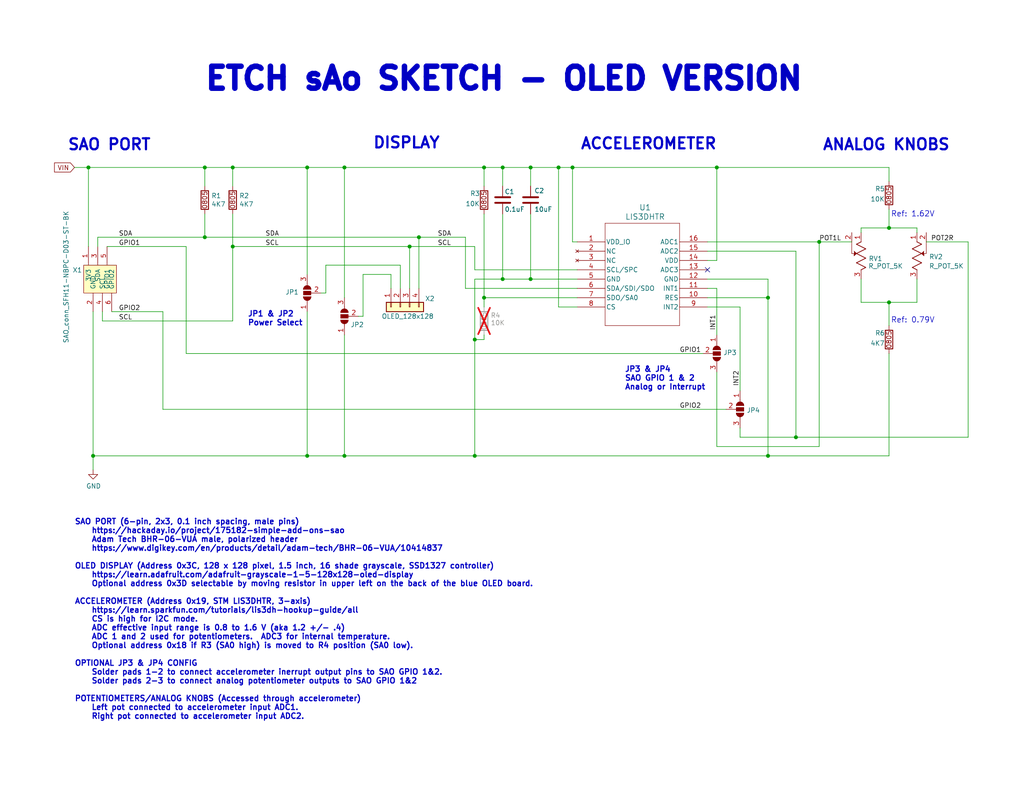
<source format=kicad_sch>
(kicad_sch (version 20231120) (generator "eeschema") (generator_version "8.0")
  (paper "A")
  (title_block (title "Etch sAo Sketch - OLED Version") (date "2024-11-18") (rev "1.1") (company "Concept and design by Andy Geppert @ www.MachineIdeas.com") (comment 2 "https://hackaday.io/project/197581-etch-sao-sketch") (comment 4 "All non-polarized capacitors are X7R or X5R ceramic unless otherwise noted."))
  (lib_symbols
    (symbol "ANDY_SYMBOL_LIBRARY:GND" (power) (pin_names (offset 0))
      (property "Value" "GND" (at 3.937 -1.905 0))
      (symbol "GND_0_1"
        (polyline (pts (xy 0 0) (xy 0 -1.27) (xy 1.27 -1.27) (xy 0 -2.54) (xy -1.27 -1.27) (xy 0 -1.27)))
      )
      (symbol "GND_1_1"
        (pin power_in line (at 0 0 270) (length 0) hide (name "GND") (number "1"))
      )
    )
    (symbol "ANDY_SYMBOL_LIBRARY:LIS3DHTR" (pin_names (offset 0.254))
      (property "Reference" "U" (at 18.288 9.652 0))
      (property "Value" "LIS3DHTR" (at 18.288 7.112 0))
      (symbol "LIS3DHTR_0_1"
        (polyline (pts (xy 7.62 -22.86) (xy 27.94 -22.86)) (stroke (width 0.127)))
        (polyline (pts (xy 7.62 5.08) (xy 7.62 -22.86)) (stroke (width 0.127)))
        (polyline (pts (xy 27.94 -22.86) (xy 27.94 5.08)) (stroke (width 0.127)))
        (polyline (pts (xy 27.94 5.08) (xy 7.62 5.08)) (stroke (width 0.127)))
        (pin power_in line (at 0 0 0) (length 7.62) (name "VDD_IO") (number "1"))
        (pin unspecified line (at 35.56 -15.24 180) (length 7.62) (name "RES") (number "10"))
        (pin unspecified line (at 35.56 -12.7 180) (length 7.62) (name "INT1") (number "11"))
        (pin power_in line (at 35.56 -10.16 180) (length 7.62) (name "GND") (number "12"))
        (pin input line (at 35.56 -7.62 180) (length 7.62) (name "ADC3") (number "13"))
        (pin power_in line (at 35.56 -5.08 180) (length 7.62) (name "VDD") (number "14"))
        (pin input line (at 35.56 -2.54 180) (length 7.62) (name "ADC2") (number "15"))
        (pin input line (at 35.56 0 180) (length 7.62) (name "ADC1") (number "16"))
        (pin no_connect line (at 0 -2.54 0) (length 7.62) (name "NC") (number "2"))
        (pin no_connect line (at 0 -5.08 0) (length 7.62) (name "NC") (number "3"))
        (pin unspecified line (at 0 -7.62 0) (length 7.62) (name "SCL/SPC") (number "4"))
        (pin power_in line (at 0 -10.16 0) (length 7.62) (name "GND") (number "5"))
        (pin unspecified line (at 0 -12.7 0) (length 7.62) (name "SDA/SDI/SDO") (number "6"))
        (pin unspecified line (at 0 -15.24 0) (length 7.62) (name "SDO/SA0") (number "7"))
        (pin unspecified line (at 0 -17.78 0) (length 7.62) (name "CS") (number "8"))
        (pin unspecified line (at 35.56 -17.78 180) (length 7.62) (name "INT2") (number "9"))
      )
    )
    (symbol "ANDY_SYMBOL_LIBRARY:POT_91AR5KLF" (pin_names (offset 0.254))
      (property "Reference" "R" (at 5.715 6.985 0))
      (property "Value" "POT_91AR5KLF" (at 6.35 -3.81 0))
      (symbol "POT_91AR5KLF_1_1"
        (polyline (pts (xy 2.54 0) (xy 3.175 1.27)) (stroke (width 0.2032)))
        (polyline (pts (xy 2.54 2.54) (xy 5.715 2.54)) (stroke (width 0.127)))
        (polyline (pts (xy 3.175 1.27) (xy 4.445 -1.27)) (stroke (width 0.2032)))
        (polyline (pts (xy 4.445 -1.27) (xy 5.715 1.27)) (stroke (width 0.2032)))
        (polyline (pts (xy 5.715 1.27) (xy 6.985 -1.27)) (stroke (width 0.2032)))
        (polyline (pts (xy 5.715 2.54) (xy 5.715 1.27)) (stroke (width 0.127)))
        (polyline (pts (xy 6.985 -1.27) (xy 8.255 1.27)) (stroke (width 0.2032)))
        (polyline (pts (xy 8.255 1.27) (xy 9.525 -1.27)) (stroke (width 0.2032)))
        (polyline (pts (xy 9.525 -1.27) (xy 10.16 0)) (stroke (width 0.2032)))
        (polyline (pts (xy 5.08 1.905) (xy 5.715 1.27) (xy 6.35 1.905) (xy 5.715 1.905)) (fill (type outline)))
        (pin unspecified line (at 0 0 0) (length 2.54) (name "") (number "1"))
        (pin unspecified line (at 2.54 2.54 180) (length 2.54) (name "") (number "2"))
        (pin unspecified line (at 12.7 0 180) (length 2.54) (name "") (number "3"))
      )
    )
    (symbol "ANDY_SYMBOL_LIBRARY:Resistor_0805" (pin_numbers hide) (pin_names (offset 0))
      (property "Reference" "R" (at 2.032 0 90))
      (property "Value" "Resistor_0805" (at 0 0 90))
      (symbol "Resistor_0805_0_1"
        (rectangle (start -1.016 -2.54) (end 1.016 2.54) (stroke (width 0.254)))
      )
      (symbol "Resistor_0805_1_1"
        (text "0805" (at 0 0 900) (effects (font (size 1.27 1.27))))
        (pin passive line (at 0 3.81 270) (length 1.27) (name "~") (number "1"))
        (pin passive line (at 0 -3.81 90) (length 1.27) (name "~") (number "2"))
      )
    )
    (symbol "ANDY_SYMBOL_LIBRARY:SAO_conn_SFH11-NBPC-D03-ST-BK-badgelife_shitty_addon_v169bis" (pin_names (offset 1.016))
      (property "Reference" "X1" (at -8.1534 1.1938 0))
      (property "Value" "SAO_conn_SFH11-NBPC-D03-ST-BK" (at -10.6934 -18.9484 0))
      (symbol "SAO_conn_SFH11-NBPC-D03-ST-BK-badgelife_shitty_addon_v169bis_0_1"
        (rectangle (start -5.08 2.54) (end 3.81 -5.08) (fill (type background)))
      )
      (symbol "SAO_conn_SFH11-NBPC-D03-ST-BK-badgelife_shitty_addon_v169bis_1_1"
        (pin input line (at -3.81 7.62 270) (length 5.08) (name "3V3") (number "1"))
        (pin input line (at -2.54 -10.16 90) (length 5.08) (name "GND") (number "2"))
        (pin input line (at -1.27 7.62 270) (length 5.08) (name "SDA") (number "3"))
        (pin input line (at 0 -10.16 90) (length 5.08) (name "SCL") (number "4"))
        (pin input line (at 1.27 7.62 270) (length 5.08) (name "GPIO1") (number "5"))
        (pin input line (at 2.54 -10.16 90) (length 5.08) (name "GPIO2") (number "6"))
      )
    )
    (symbol "CORE_64_LIBRARY:SolderJumper_3_Open-Jumper" (pin_names (offset 0) hide)
      (property "Reference" "JP1" (at -1.27 2.54 90))
      (symbol "SolderJumper_3_Open-Jumper_0_1"
        (arc (start -1.016 1.016) (mid -2.0275 0) (end -1.016 -1.016))
        (arc (start -1.016 1.016) (mid -2.0275 0) (end -1.016 -1.016) (fill (type outline)))
        (rectangle (start -0.508 1.016) (end 0.508 -1.016) (fill (type outline)))
        (polyline (pts (xy -2.54 0) (xy -2.032 0)))
        (polyline (pts (xy -1.016 1.016) (xy -1.016 -1.016)))
        (polyline (pts (xy 0 -1.27) (xy 0 -1.016)))
        (polyline (pts (xy 1.016 1.016) (xy 1.016 -1.016)))
        (polyline (pts (xy 2.54 0) (xy 2.032 0)))
        (arc (start 1.016 -1.016) (mid 2.0275 0) (end 1.016 1.016))
        (arc (start 1.016 -1.016) (mid 2.0275 0) (end 1.016 1.016) (fill (type outline)))
      )
      (symbol "SolderJumper_3_Open-Jumper_1_1"
        (pin passive line (at -5.08 0 0) (length 2.54) (name "A") (number "1"))
        (pin input line (at 0 -3.81 90) (length 2.54) (name "C") (number "2"))
        (pin passive line (at 5.08 0 180) (length 2.54) (name "B") (number "3"))
      )
    )
    (symbol "Connector_Generic:Conn_01x04" (pin_names (offset 1.016) hide)
      (property "Reference" "J" (at 0 5.08 0))
      (property "Value" "Conn_01x04" (at 0 -7.62 0))
      (symbol "Conn_01x04_1_1"
        (rectangle (start -1.27 -4.953) (end 0 -5.207) (stroke (width 0.1524)))
        (rectangle (start -1.27 -2.413) (end 0 -2.667) (stroke (width 0.1524)))
        (rectangle (start -1.27 0.127) (end 0 -0.127) (stroke (width 0.1524)))
        (rectangle (start -1.27 2.667) (end 0 2.413) (stroke (width 0.1524)))
        (rectangle (start -1.27 3.81) (end 1.27 -6.35) (stroke (width 0.254)) (fill (type background)))
        (pin passive line (at -5.08 2.54 0) (length 3.81) (name "Pin_1") (number "1"))
        (pin passive line (at -5.08 0 0) (length 3.81) (name "Pin_2") (number "2"))
        (pin passive line (at -5.08 -2.54 0) (length 3.81) (name "Pin_3") (number "3"))
        (pin passive line (at -5.08 -5.08 0) (length 3.81) (name "Pin_4") (number "4"))
      )
    )
    (symbol "Device:C" (pin_numbers hide) (pin_names (offset 0.254))
      (property "Reference" "C" (at 0.635 2.54 0))
      (property "Value" "C" (at 0.635 -2.54 0))
      (symbol "C_0_1"
        (polyline (pts (xy -2.032 -0.762) (xy 2.032 -0.762)) (stroke (width 0.508)))
        (polyline (pts (xy -2.032 0.762) (xy 2.032 0.762)) (stroke (width 0.508)))
      )
      (symbol "C_1_1"
        (pin passive line (at 0 3.81 270) (length 2.794) (name "~") (number "1"))
        (pin passive line (at 0 -3.81 90) (length 2.794) (name "~") (number "2"))
      )
    )
  )
  (bus_alias "CA_SHIFT_REGISTER_BUS" (members "CM_SR_CLK" "CM_SR_LAT" "CM_SR_~{OE}" "CM_SR_SER1"))
  (bus_alias "CM_TRANSISTOR_DRIVE_BUS" (members "CM_Q1N" "CM_Q1P" "CM_Q2N" "CM_Q2P" "CM_Q3N" "CM_Q3P" "CM_Q4N" "CM_Q4P" "CM_Q5N" "CM_Q5P" "CM_Q6N" "CM_Q6P" "CM_Q7N" "CM_Q7P" "CM_Q8N" "CM_Q8P" "CM_Q9N" "CM_Q9P" "CM_Q10N" "CM_Q10P" "CA_SR_GPO_A" "CA_SR_GPO_B" "CA_SR_GPO_C" "CA_SR_GPO_D"))
  (bus_alias "GPIO_CPS_BUS" (members "GPIO1_CP1_SAO1" "GPIO2_CP2_SAO2" "GPIO3_CP3_DC" "GPIO4_CP4_CS2" "GPIO5_CP5_HS1" "GPIO6_CP6_HS2" "GPIO7_CP7_HS3" "GPIO8_CP8_HS4"))
  (bus_alias "I2C_3V3_BUS" (members "I2C_3V3_SCL" "I2C_3V3_SDA"))
  (bus_alias "SPI_3V3_BUS" (members "SPI_CD" "SPI_RESET" "SPI_SDI" "SPI_CS1" "SPI_CLK" "SPI_SDO"))
  (junction (at 83.82 45.72))
  (junction (at 93.98 45.72))
  (junction (at 217.17 119.38))
  (junction (at 132.08 45.72))
  (junction (at 25.4 124.46))
  (junction (at 83.82 124.46))
  (junction (at 209.55 124.46))
  (junction (at 144.78 76.2))
  (junction (at 144.78 45.72))
  (junction (at 195.58 45.72))
  (junction (at 129.54 92.71))
  (junction (at 63.5 67.31))
  (junction (at 242.57 62.23))
  (junction (at 137.16 45.72))
  (junction (at 242.57 82.55))
  (junction (at 24.13 45.72))
  (junction (at 152.4 45.72))
  (junction (at 114.3 64.77))
  (junction (at 209.55 81.28))
  (junction (at 111.76 67.31))
  (junction (at 55.88 64.77))
  (junction (at 129.54 124.46))
  (junction (at 55.88 45.72))
  (junction (at 156.21 45.72))
  (junction (at 223.52 66.04))
  (junction (at 137.16 76.2))
  (junction (at 63.5 45.72))
  (junction (at 93.98 124.46))
  (junction (at 132.08 81.28))
  (no_connect (at 193.04 73.66))
  (wire (pts (xy 156.21 45.72) (xy 195.58 45.72)))
  (wire (pts (xy 24.13 45.72) (xy 55.88 45.72)))
  (wire (pts (xy 217.17 119.38) (xy 264.16 119.38)))
  (wire (pts (xy 27.94 87.63) (xy 27.94 85.09)))
  (wire (pts (xy 195.58 121.92) (xy 195.58 101.6)))
  (wire (pts (xy 193.04 83.82) (xy 201.93 83.82)))
  (wire (pts (xy 132.08 81.28) (xy 132.08 58.42)))
  (wire (pts (xy 127 78.74) (xy 127 64.77)))
  (wire (pts (xy 252.73 66.04) (xy 264.16 66.04)))
  (wire (pts (xy 195.58 45.72) (xy 242.57 45.72)))
  (wire (pts (xy 30.48 85.09) (xy 44.45 85.09)))
  (wire (pts (xy 264.16 119.38) (xy 264.16 66.04)))
  (wire (pts (xy 137.16 58.42) (xy 137.16 76.2)))
  (wire (pts (xy 25.4 124.46) (xy 83.82 124.46)))
  (wire (pts (xy 157.48 81.28) (xy 132.08 81.28)))
  (wire (pts (xy 137.16 45.72) (xy 137.16 50.8)))
  (wire (pts (xy 20.32 45.72) (xy 24.13 45.72)))
  (wire (pts (xy 55.88 58.42) (xy 55.88 64.77)))
  (wire (pts (xy 50.8 67.31) (xy 50.8 96.52)))
  (wire (pts (xy 83.82 45.72) (xy 83.82 74.93)))
  (wire (pts (xy 242.57 88.9) (xy 242.57 82.55)))
  (wire (pts (xy 50.8 96.52) (xy 191.77 96.52)))
  (wire (pts (xy 193.04 78.74) (xy 195.58 78.74)))
  (wire (pts (xy 83.82 85.09) (xy 83.82 124.46)))
  (wire (pts (xy 88.9 72.39) (xy 109.22 72.39)))
  (wire (pts (xy 132.08 91.44) (xy 132.08 92.71)))
  (wire (pts (xy 63.5 58.42) (xy 63.5 67.31)))
  (wire (pts (xy 137.16 45.72) (xy 144.78 45.72)))
  (wire (pts (xy 129.54 124.46) (xy 209.55 124.46)))
  (wire (pts (xy 144.78 45.72) (xy 144.78 50.8)))
  (wire (pts (xy 93.98 45.72) (xy 132.08 45.72)))
  (wire (pts (xy 234.95 76.2) (xy 234.95 82.55)))
  (wire (pts (xy 114.3 64.77) (xy 127 64.77)))
  (wire (pts (xy 144.78 76.2) (xy 157.48 76.2)))
  (wire (pts (xy 129.54 76.2) (xy 129.54 92.71)))
  (wire (pts (xy 217.17 68.58) (xy 217.17 119.38)))
  (wire (pts (xy 26.67 64.77) (xy 26.67 67.31)))
  (wire (pts (xy 157.48 78.74) (xy 127 78.74)))
  (wire (pts (xy 99.06 86.36) (xy 99.06 74.93)))
  (wire (pts (xy 93.98 91.44) (xy 93.98 124.46)))
  (wire (pts (xy 152.4 83.82) (xy 157.48 83.82)))
  (wire (pts (xy 109.22 72.39) (xy 109.22 78.74)))
  (wire (pts (xy 106.68 74.93) (xy 106.68 78.74)))
  (wire (pts (xy 83.82 45.72) (xy 93.98 45.72)))
  (wire (pts (xy 195.58 78.74) (xy 195.58 91.44)))
  (wire (pts (xy 242.57 82.55) (xy 250.19 82.55)))
  (wire (pts (xy 157.48 66.04) (xy 156.21 66.04)))
  (wire (pts (xy 195.58 45.72) (xy 195.58 71.12)))
  (wire (pts (xy 132.08 45.72) (xy 137.16 45.72)))
  (wire (pts (xy 223.52 66.04) (xy 223.52 121.92)))
  (wire (pts (xy 55.88 45.72) (xy 55.88 50.8)))
  (wire (pts (xy 209.55 124.46) (xy 242.57 124.46)))
  (wire (pts (xy 132.08 92.71) (xy 129.54 92.71)))
  (wire (pts (xy 44.45 111.76) (xy 198.12 111.76)))
  (wire (pts (xy 93.98 45.72) (xy 93.98 81.28)))
  (wire (pts (xy 144.78 45.72) (xy 152.4 45.72)))
  (wire (pts (xy 234.95 62.23) (xy 242.57 62.23)))
  (wire (pts (xy 27.94 87.63) (xy 63.5 87.63)))
  (wire (pts (xy 83.82 124.46) (xy 93.98 124.46)))
  (wire (pts (xy 242.57 96.52) (xy 242.57 124.46)))
  (wire (pts (xy 114.3 64.77) (xy 114.3 78.74)))
  (wire (pts (xy 111.76 67.31) (xy 129.54 67.31)))
  (wire (pts (xy 152.4 45.72) (xy 152.4 83.82)))
  (wire (pts (xy 193.04 71.12) (xy 195.58 71.12)))
  (wire (pts (xy 137.16 76.2) (xy 144.78 76.2)))
  (wire (pts (xy 88.9 80.01) (xy 87.63 80.01)))
  (wire (pts (xy 44.45 85.09) (xy 44.45 111.76)))
  (wire (pts (xy 223.52 66.04) (xy 232.41 66.04)))
  (wire (pts (xy 242.57 45.72) (xy 242.57 49.53)))
  (wire (pts (xy 137.16 76.2) (xy 129.54 76.2)))
  (wire (pts (xy 217.17 68.58) (xy 193.04 68.58)))
  (wire (pts (xy 223.52 121.92) (xy 195.58 121.92)))
  (wire (pts (xy 129.54 73.66) (xy 129.54 67.31)))
  (wire (pts (xy 201.93 83.82) (xy 201.93 106.68)))
  (wire (pts (xy 152.4 45.72) (xy 156.21 45.72)))
  (wire (pts (xy 209.55 81.28) (xy 209.55 124.46)))
  (wire (pts (xy 144.78 58.42) (xy 144.78 76.2)))
  (wire (pts (xy 156.21 66.04) (xy 156.21 45.72)))
  (wire (pts (xy 250.19 76.2) (xy 250.19 82.55)))
  (wire (pts (xy 234.95 62.23) (xy 234.95 63.5)))
  (wire (pts (xy 129.54 92.71) (xy 129.54 124.46)))
  (wire (pts (xy 242.57 62.23) (xy 250.19 62.23)))
  (wire (pts (xy 88.9 80.01) (xy 88.9 72.39)))
  (wire (pts (xy 93.98 124.46) (xy 129.54 124.46)))
  (wire (pts (xy 25.4 128.27) (xy 25.4 124.46)))
  (wire (pts (xy 242.57 57.15) (xy 242.57 62.23)))
  (wire (pts (xy 111.76 67.31) (xy 111.76 78.74)))
  (wire (pts (xy 63.5 67.31) (xy 111.76 67.31)))
  (wire (pts (xy 201.93 119.38) (xy 217.17 119.38)))
  (wire (pts (xy 63.5 67.31) (xy 63.5 87.63)))
  (wire (pts (xy 99.06 74.93) (xy 106.68 74.93)))
  (wire (pts (xy 157.48 73.66) (xy 129.54 73.66)))
  (wire (pts (xy 193.04 81.28) (xy 209.55 81.28)))
  (wire (pts (xy 55.88 64.77) (xy 114.3 64.77)))
  (wire (pts (xy 250.19 62.23) (xy 250.19 63.5)))
  (wire (pts (xy 29.21 67.31) (xy 50.8 67.31)))
  (wire (pts (xy 25.4 124.46) (xy 25.4 85.09)))
  (wire (pts (xy 234.95 82.55) (xy 242.57 82.55)))
  (wire (pts (xy 209.55 76.2) (xy 209.55 81.28)))
  (wire (pts (xy 132.08 81.28) (xy 132.08 83.82)))
  (wire (pts (xy 193.04 76.2) (xy 209.55 76.2)))
  (wire (pts (xy 201.93 119.38) (xy 201.93 116.84)))
  (wire (pts (xy 63.5 45.72) (xy 83.82 45.72)))
  (wire (pts (xy 193.04 66.04) (xy 223.52 66.04)))
  (wire (pts (xy 55.88 45.72) (xy 63.5 45.72)))
  (wire (pts (xy 63.5 45.72) (xy 63.5 50.8)))
  (wire (pts (xy 97.79 86.36) (xy 99.06 86.36)))
  (wire (pts (xy 132.08 45.72) (xy 132.08 50.8)))
  (wire (pts (xy 24.13 45.72) (xy 24.13 67.31)))
  (wire (pts (xy 26.67 64.77) (xy 55.88 64.77)))
  (text "Ref: 1.62V" (at 243.078 59.436 0) (effects (font (size 1.5 1.5)) (justify left bottom)))
  (text "SAO PORT (6-pin, 2x3, 0.1 inch spacing, male pins)\n    https://hackaday.io/project/175182-simple-add-ons-sao\n    Adam Tech BHR-06-VUA male, polarized header\n    https://www.digikey.com/en/products/detail/adam-tech/BHR-06-VUA/10414837\n\nOLED DISPLAY (Address 0x3C, 128 x 128 pixel, 1.5 inch, 16 shade grayscale, SSD1327 controller)\n    https://learn.adafruit.com/adafruit-grayscale-1-5-128x128-oled-display\n    Optional address 0x3D selectable by moving resistor in upper left on the back of the blue OLED board.\n\nACCELEROMETER (Address 0x19, STM LIS3DHTR, 3-axis)\n    https://learn.sparkfun.com/tutorials/lis3dh-hookup-guide/all\n    CS is high for I2C mode.\n    ADC effective input range is 0.8 to 1.6 V (aka 1.2 +/- .4)\n    ADC 1 and 2 used for potentiometers.  ADC3 for internal temperature.\n    Optional address 0x18 if R3 (SA0 high) is moved to R4 position (SA0 low).\n\nOPTIONAL JP3 & JP4 CONFIG\n    Solder pads 1-2 to connect accelerometer inerrupt output pins to SAO GPIO 1&2.\n    Solder pads 2-3 to connect analog potentiometer outputs to SAO GPIO 1&2  \n\nPOTENTIOMETERS/ANALOG KNOBS (Accessed through accelerometer)\n    Left pot connected to accelerometer input ADC1.\n    Right pot connected to accelerometer input ADC2." (at 20.32 196.596 0) (effects (font (size 1.5 1.5) (thickness 0.3) (bold yes)) (justify left bottom)))
  (text "Ref: 0.79V" (at 243.078 88.392 0) (effects (font (size 1.5 1.5)) (justify left bottom)))
  (text "JP1 & JP2\nPower Select" (at 67.564 89.154 0) (effects (font (size 1.5 1.5) (thickness 0.3) (bold yes)) (justify left bottom)))
  (text "DISPLAY" (at 101.6 40.894 0) (effects (font (size 3 3) (thickness 0.6) (bold yes)) (justify left bottom)))
  (text "ANALOG KNOBS" (at 224.282 41.402 0) (effects (font (size 3 3) (thickness 0.6) (bold yes)) (justify left bottom)))
  (text "ETCH sAo SKETCH - OLED VERSION" (at 55.372 25.146 0) (effects (font (size 6 6) (thickness 1.6) (bold yes)) (justify left bottom)))
  (text "JP3 & JP4\nSAO GPIO 1 & 2\nAnalog or Interrupt" (at 170.434 106.68 0) (effects (font (size 1.5 1.5) (thickness 0.3) (bold yes)) (justify left bottom)))
  (text "ACCELEROMETER" (at 158.242 41.148 0) (effects (font (size 3 3) (thickness 0.6) (bold yes)) (justify left bottom)))
  (text "SAO PORT" (at 18.288 41.402 0) (effects (font (size 3 3) (thickness 0.6) (bold yes)) (justify left bottom)))
  (label "SDA" (at 32.385 64.77 0))
  (label "GPIO1" (at 32.385 67.31 0))
  (label "SCL" (at 32.385 87.63 0))
  (label "POT2R" (at 254 66.04 0))
  (label "INT2" (at 201.93 105.41 90))
  (label "GPIO2" (at 32.385 85.09 0))
  (label "GPIO1" (at 185.42 96.52 0))
  (label "SCL" (at 119.38 67.31 0))
  (label "SDA" (at 72.39 64.77 0))
  (label "GPIO2" (at 185.42 111.76 0))
  (label "POT1L" (at 223.52 66.04 0))
  (label "SDA" (at 119.38 64.77 0))
  (label "SCL" (at 72.39 67.31 0))
  (label "INT1" (at 195.58 90.17 90))
  (global_label "VIN" (shape input) (at 20.32 45.72 180) (property "Intersheetrefs" "${INTERSHEET_REFS}" (effects (hide yes))))
  (symbol (lib_id "ANDY_SYMBOL_LIBRARY:Resistor_0805") (at 63.5 54.61 0) (unit 1)
    (property "Reference" "R2" (at 65.278 53.4416 0) (effects (justify left)))
    (property "Value" "4K7" (at 65.278 55.753 0) (effects (justify left)))
    (property "Footprint" "Resistor_SMD:R_0805_2012Metric" (effects (hide yes)))
    (property "Description" "Resistor" (effects (hide yes)))
    (property "Populate" "no" (effects (hide yes)))
    (property "LCSC" "C17673" (effects (hide yes)))
  )
  (symbol (lib_id "CORE_64_LIBRARY:SolderJumper_3_Open-Jumper") (at 201.93 111.76 270) (unit 1)
    (property "Reference" "JP4" (at 203.708 112.014 90) (effects (justify left)))
    (property "Value" "SolderJumper_3_Open" (effects (hide yes)))
    (property "Footprint" "Jumper:SolderJumper-3_P1.3mm_Open_RoundedPad1.0x1.5mm_NumberLabels" (effects (hide yes)))
    (property "Insert?" "No" (effects (hide yes)))
    (property "Populate" "DNP" (effects (hide yes)))
  )
  (symbol (lib_id "CORE_64_LIBRARY:SolderJumper_3_Open-Jumper") (at 195.58 96.52 270) (unit 1)
    (property "Reference" "JP3" (at 197.358 96.266 90) (effects (justify left)))
    (property "Value" "SolderJumper_3_Open" (effects (hide yes)))
    (property "Footprint" "Jumper:SolderJumper-3_P1.3mm_Open_RoundedPad1.0x1.5mm_NumberLabels" (effects (hide yes)))
    (property "Insert?" "No" (effects (hide yes)))
    (property "Populate" "DNP" (effects (hide yes)))
  )
  (symbol (lib_id "ANDY_SYMBOL_LIBRARY:Resistor_0805") (at 55.88 54.61 0) (unit 1)
    (property "Reference" "R1" (at 57.658 53.4416 0) (effects (justify left)))
    (property "Value" "4K7" (at 57.658 55.753 0) (effects (justify left)))
    (property "Footprint" "Resistor_SMD:R_0805_2012Metric" (effects (hide yes)))
    (property "Description" "Resistor" (effects (hide yes)))
    (property "Populate" "no" (effects (hide yes)))
    (property "LCSC" "C17673" (effects (hide yes)))
  )
  (symbol (lib_id "ANDY_SYMBOL_LIBRARY:GND") (at 25.4 128.27 0) (unit 1)
    (property "Reference" "#PWR02" (effects (hide yes)))
    (property "Value" "GND" (at 25.527 132.715 0))
  )
  (symbol (lib_id "ANDY_SYMBOL_LIBRARY:LIS3DHTR") (at 157.48 66.04 0) (unit 1)
    (property "Reference" "U1" (at 176.022 56.642 0) (effects (font (size 1.524 1.524))))
    (property "Value" "LIS3DHTR" (at 176.022 59.182 0) (effects (font (size 1.524 1.524))))
    (property "Footprint" "Andy_Footprint_Library:LGA-16_3x3x1mm_STM" (effects (hide yes)))
    (property "Datasheet" "LIS3DHTR" (effects (hide yes)))
    (property "Digi-Key_PN" "497-10613-2-ND" (effects (hide yes)))
    (property "LCSC" "C15134" (effects (hide yes)))
    (property "Manufacturer" "STMicroelectronics" (effects (hide yes)))
    (property "Manufacturer_Part_Number" "LIS3DHTR" (effects (hide yes)))
  )
  (symbol (lib_id "Connector_Generic:Conn_01x04") (at 109.22 83.82 90) (mirror x) (unit 1)
    (property "Reference" "X2" (at 118.618 81.534 90) (effects (justify left)))
    (property "Value" "OLED_128x128" (at 118.364 86.36 90) (effects (justify left)))
    (property "Footprint" "Andy_Footprint_Library:OLED_1.50_128x128" (effects (hide yes)))
    (property "Insert?" "No" (effects (hide yes)))
    (property "Populate" "DNP" (effects (hide yes)))
    (property "User Optional" "yes" (effects (hide yes)))
  )
  (symbol (lib_id "ANDY_SYMBOL_LIBRARY:POT_91AR5KLF") (at 234.95 63.5 90) (mirror x) (unit 1)
    (property "Reference" "RV1" (at 240.792 70.612 90) (effects (justify left)))
    (property "Value" "R_POT_5K" (at 246.38 72.644 90) (effects (justify left)))
    (property "Footprint" "Andy_Footprint_Library:POT_RES3_91A_TTE" (effects (hide yes)))
    (property "Datasheet" "91AR5KLF" (effects (hide yes)))
    (property "Description" "Potentiometer, US symbol" (effects (hide yes)))
    (property "Digi-Key_PN" "987-1171-ND" (effects (hide yes)))
    (property "Manufacturer" "TT Electronics" (effects (hide yes)))
    (property "Manufacturer_Part_Number" "91AR5KLF" (effects (hide yes)))
  )
  (symbol (lib_id "ANDY_SYMBOL_LIBRARY:Resistor_0805") (at 132.08 54.61 0) (unit 1)
    (property "Reference" "R3" (at 128.27 52.832 0) (effects (justify left)))
    (property "Value" "10K" (at 127 55.626 0) (effects (justify left)))
    (property "Footprint" "Resistor_SMD:R_0805_2012Metric" (effects (hide yes)))
    (property "Description" "Resistor" (effects (hide yes)))
    (property "Populate" "no" (effects (hide yes)))
    (property "LCSC" "C17414" (effects (hide yes)))
  )
  (symbol (lib_id "ANDY_SYMBOL_LIBRARY:Resistor_0805") (at 132.08 87.63 0) (unit 1) (dnp yes)
    (property "Reference" "R4" (at 133.858 86.106 0) (effects (justify left)))
    (property "Value" "10K" (at 133.858 88.138 0) (effects (justify left)))
    (property "Footprint" "Resistor_SMD:R_0805_2012Metric" (effects (hide yes)))
    (property "Description" "Resistor" (effects (hide yes)))
    (property "Populate" "no" (effects (hide yes)))
    (property "LCSC" "C17414" (effects (hide yes)))
  )
  (symbol (lib_id "ANDY_SYMBOL_LIBRARY:Resistor_0805") (at 242.57 92.71 0) (unit 1)
    (property "Reference" "R6" (at 238.76 90.932 0) (effects (justify left)))
    (property "Value" "4K7" (at 237.49 93.726 0) (effects (justify left)))
    (property "Footprint" "Resistor_SMD:R_0805_2012Metric" (effects (hide yes)))
    (property "Description" "Resistor" (effects (hide yes)))
    (property "Populate" "no" (effects (hide yes)))
    (property "LCSC" "C17673" (effects (hide yes)))
  )
  (symbol (lib_id "Device:C") (at 137.16 54.61 0) (unit 1)
    (property "Reference" "C1" (at 137.668 52.324 0) (effects (justify left)))
    (property "Value" "0.1uF" (at 137.668 57.15 0) (effects (justify left)))
    (property "Footprint" "Capacitor_SMD:C_0805_2012Metric" (effects (hide yes)))
    (property "Description" "CAP" (effects (hide yes)))
    (property "Insert?" "Yes" (effects (hide yes)))
    (property "LCSC" "C28233" (effects (hide yes)))
    (property "Populate" "yes" (effects (hide yes)))
  )
  (symbol (lib_id "Device:C") (at 144.78 54.61 0) (unit 1)
    (property "Reference" "C2" (at 145.796 52.07 0) (effects (justify left)))
    (property "Value" "10uF" (at 145.796 57.15 0) (effects (justify left)))
    (property "Footprint" "Capacitor_SMD:C_0805_2012Metric" (effects (hide yes)))
    (property "Description" "CAP" (effects (hide yes)))
    (property "Insert?" "Yes" (effects (hide yes)))
    (property "LCSC" "C17024" (effects (hide yes)))
    (property "Populate" "yes" (effects (hide yes)))
  )
  (symbol (lib_id "ANDY_SYMBOL_LIBRARY:SAO_conn_SFH11-NBPC-D03-ST-BK-badgelife_shitty_addon_v169bis") (at 27.94 74.93 0) (unit 1)
    (property "Reference" "X1" (at 19.7866 73.7362 0) (effects (justify left)))
    (property "Value" "SAO_conn_SFH11-NBPC-D03-ST-BK" (at 18.034 93.726 90) (effects (justify left)))
    (property "Footprint" "Andy_Footprint_Library:Badgelife-SAOv169-BADGE-2x3-Edge-Connect-no-front-text-shortened" (effects (hide yes)))
    (property "Description" "CONN HDR 6POS KEYED SOCKET 0.1 T.H." (effects (hide yes)))
    (property "MPN" "SFH11-NBPC-D03-ST-BK" (effects (hide yes)))
    (property "Manufacturer_Name" "Sullins" (effects (hide yes)))
    (property "Insert?" "Yes" (effects (hide yes)))
    (property "Populate" "DNP" (effects (hide yes)))
    (property "User Optional" "yes" (effects (hide yes)))
  )
  (symbol (lib_id "ANDY_SYMBOL_LIBRARY:POT_91AR5KLF") (at 250.19 63.5 270) (unit 1)
    (property "Reference" "RV2" (at 253.492 70.104 90) (effects (justify left)))
    (property "Value" "R_POT_5K" (at 253.492 72.644 90) (effects (justify left)))
    (property "Footprint" "Andy_Footprint_Library:POT_RES3_91A_TTE" (effects (hide yes)))
    (property "Datasheet" "91AR5KLF" (effects (hide yes)))
    (property "Description" "Potentiometer, US symbol" (effects (hide yes)))
    (property "Digi-Key_PN" "987-1171-ND" (effects (hide yes)))
    (property "Manufacturer" "TT Electronics" (effects (hide yes)))
    (property "Manufacturer_Part_Number" "91AR5KLF" (effects (hide yes)))
  )
  (symbol (lib_id "CORE_64_LIBRARY:SolderJumper_3_Open-Jumper") (at 83.82 80.01 90) (unit 1)
    (property "Reference" "JP1" (at 81.534 79.756 90) (effects (justify left)))
    (property "Value" "SolderJumper_3_Open" (effects (hide yes)))
    (property "Footprint" "Jumper:SolderJumper-3_P1.3mm_Open_RoundedPad1.0x1.5mm_NumberLabels" (effects (hide yes)))
    (property "Insert?" "No" (effects (hide yes)))
    (property "Populate" "DNP" (effects (hide yes)))
  )
  (symbol (lib_id "ANDY_SYMBOL_LIBRARY:Resistor_0805") (at 242.57 53.34 0) (unit 1)
    (property "Reference" "R5" (at 238.76 51.562 0) (effects (justify left)))
    (property "Value" "10K" (at 237.49 54.356 0) (effects (justify left)))
    (property "Footprint" "Resistor_SMD:R_0805_2012Metric" (effects (hide yes)))
    (property "Description" "Resistor" (effects (hide yes)))
    (property "Populate" "no" (effects (hide yes)))
    (property "LCSC" "C17414" (effects (hide yes)))
  )
  (symbol (lib_id "CORE_64_LIBRARY:SolderJumper_3_Open-Jumper") (at 93.98 86.36 90) (unit 1)
    (property "Reference" "JP2" (at 99.314 88.646 90) (effects (justify left)))
    (property "Value" "SolderJumper_3_Open" (effects (hide yes)))
    (property "Footprint" "Jumper:SolderJumper-3_P1.3mm_Open_RoundedPad1.0x1.5mm_NumberLabels" (effects (hide yes)))
    (property "Insert?" "No" (effects (hide yes)))
    (property "Populate" "DNP" (effects (hide yes)))
  )
)
</source>
